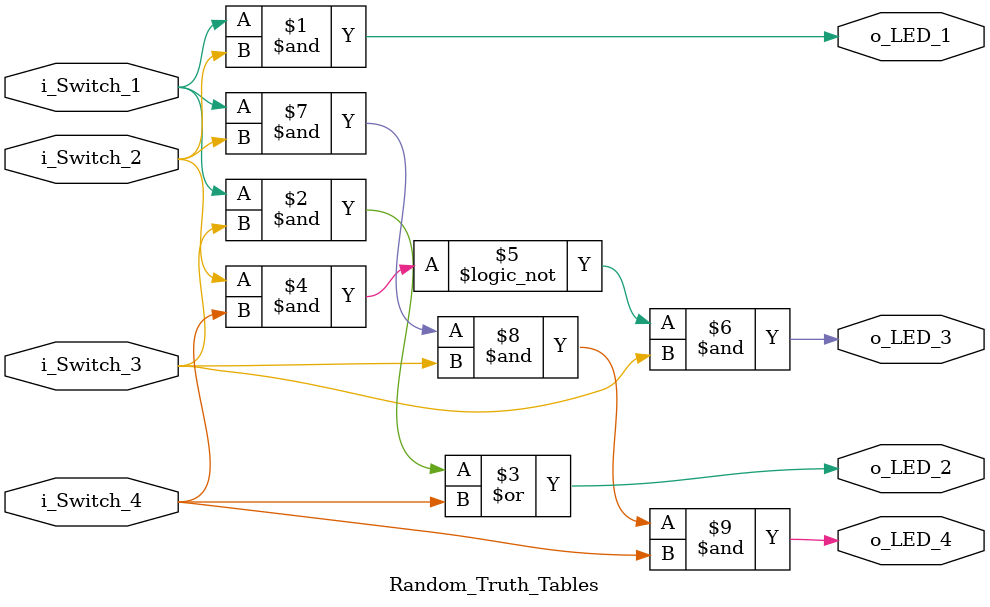
<source format=v>
module Random_Truth_Tables (
   input i_Switch_1,
   input i_Switch_2,
   input i_Switch_3,
   input i_Switch_4,
   output o_LED_1,
   output o_LED_2,
   output o_LED_3,
   output o_LED_4
);

assign o_LED_1 = i_Switch_1 & i_Switch_2;
assign o_LED_2 = (i_Switch_1 & i_Switch_3) | i_Switch_4;
assign o_LED_3 = !(i_Switch_2 & i_Switch_4) & i_Switch_3;
assign o_LED_4 = i_Switch_1 & i_Switch_2 & i_Switch_3 & i_Switch_4;
   
endmodule
</source>
